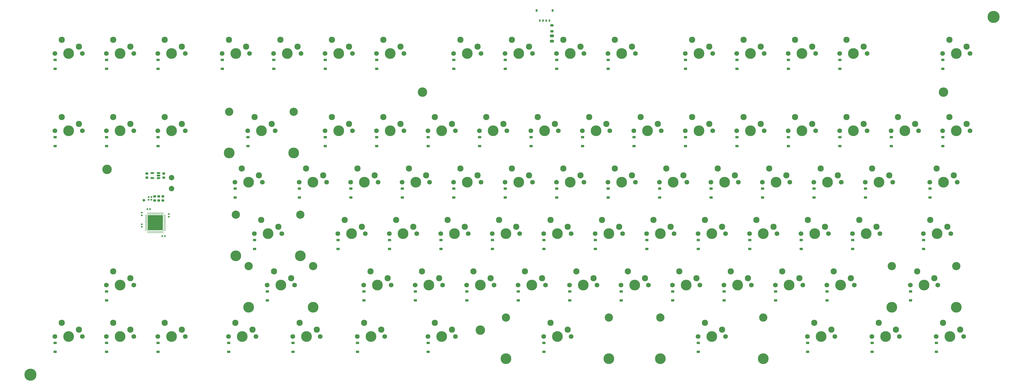
<source format=gts>
G04 #@! TF.GenerationSoftware,KiCad,Pcbnew,9.0.5*
G04 #@! TF.CreationDate,2026-01-22T23:22:38-08:00*
G04 #@! TF.ProjectId,alana-kb,616c616e-612d-46b6-922e-6b696361645f,rev?*
G04 #@! TF.SameCoordinates,Original*
G04 #@! TF.FileFunction,Soldermask,Top*
G04 #@! TF.FilePolarity,Negative*
%FSLAX46Y46*%
G04 Gerber Fmt 4.6, Leading zero omitted, Abs format (unit mm)*
G04 Created by KiCad (PCBNEW 9.0.5) date 2026-01-22 23:22:38*
%MOMM*%
%LPD*%
G01*
G04 APERTURE LIST*
G04 Aperture macros list*
%AMRoundRect*
0 Rectangle with rounded corners*
0 $1 Rounding radius*
0 $2 $3 $4 $5 $6 $7 $8 $9 X,Y pos of 4 corners*
0 Add a 4 corners polygon primitive as box body*
4,1,4,$2,$3,$4,$5,$6,$7,$8,$9,$2,$3,0*
0 Add four circle primitives for the rounded corners*
1,1,$1+$1,$2,$3*
1,1,$1+$1,$4,$5*
1,1,$1+$1,$6,$7*
1,1,$1+$1,$8,$9*
0 Add four rect primitives between the rounded corners*
20,1,$1+$1,$2,$3,$4,$5,0*
20,1,$1+$1,$4,$5,$6,$7,0*
20,1,$1+$1,$6,$7,$8,$9,0*
20,1,$1+$1,$8,$9,$2,$3,0*%
G04 Aperture macros list end*
%ADD10RoundRect,0.225000X0.375000X-0.225000X0.375000X0.225000X-0.375000X0.225000X-0.375000X-0.225000X0*%
%ADD11RoundRect,0.140000X-0.170000X0.140000X-0.170000X-0.140000X0.170000X-0.140000X0.170000X0.140000X0*%
%ADD12RoundRect,0.062500X-0.375000X-0.062500X0.375000X-0.062500X0.375000X0.062500X-0.375000X0.062500X0*%
%ADD13RoundRect,0.062500X-0.062500X-0.375000X0.062500X-0.375000X0.062500X0.375000X-0.062500X0.375000X0*%
%ADD14R,5.600000X5.600000*%
%ADD15C,3.500000*%
%ADD16RoundRect,0.140000X-0.140000X-0.170000X0.140000X-0.170000X0.140000X0.170000X-0.140000X0.170000X0*%
%ADD17RoundRect,0.250000X-0.475000X0.250000X-0.475000X-0.250000X0.475000X-0.250000X0.475000X0.250000X0*%
%ADD18RoundRect,0.225000X-0.250000X0.225000X-0.250000X-0.225000X0.250000X-0.225000X0.250000X0.225000X0*%
%ADD19C,2.000000*%
%ADD20C,4.500000*%
%ADD21RoundRect,0.150000X0.512500X0.150000X-0.512500X0.150000X-0.512500X-0.150000X0.512500X-0.150000X0*%
%ADD22RoundRect,0.225000X0.250000X-0.225000X0.250000X0.225000X-0.250000X0.225000X-0.250000X-0.225000X0*%
%ADD23RoundRect,0.218750X0.381250X-0.218750X0.381250X0.218750X-0.381250X0.218750X-0.381250X-0.218750X0*%
%ADD24RoundRect,0.135000X0.185000X-0.135000X0.185000X0.135000X-0.185000X0.135000X-0.185000X-0.135000X0*%
%ADD25R,0.609600X0.889000*%
%ADD26R,0.762000X0.838200*%
%ADD27RoundRect,0.140000X0.170000X-0.140000X0.170000X0.140000X-0.170000X0.140000X-0.170000X-0.140000X0*%
%ADD28C,1.000000*%
%ADD29RoundRect,0.140000X0.140000X0.170000X-0.140000X0.170000X-0.140000X-0.170000X0.140000X-0.170000X0*%
%ADD30C,1.750000*%
%ADD31C,3.987800*%
%ADD32C,2.300000*%
%ADD33C,3.048000*%
G04 APERTURE END LIST*
D10*
X209312500Y-72325000D03*
X209312500Y-69025000D03*
X252175000Y-110425000D03*
X252175000Y-107125000D03*
X71200000Y-148525000D03*
X71200000Y-145225000D03*
D11*
X75250000Y-97520000D03*
X75250000Y-98480000D03*
D10*
X242650000Y-129475000D03*
X242650000Y-126175000D03*
X218837500Y-91375000D03*
X218837500Y-88075000D03*
D12*
X66812500Y-98000000D03*
X66812500Y-98500000D03*
X66812500Y-99000000D03*
X66812500Y-99500000D03*
X66812500Y-100000000D03*
X66812500Y-100500000D03*
X66812500Y-101000000D03*
X66812500Y-101500000D03*
X66812500Y-102000000D03*
X66812500Y-102500000D03*
X66812500Y-103000000D03*
X66812500Y-103500000D03*
D13*
X67500000Y-104187500D03*
X68000000Y-104187500D03*
X68500000Y-104187500D03*
X69000000Y-104187500D03*
X69500000Y-104187500D03*
X70000000Y-104187500D03*
X70500000Y-104187500D03*
X71000000Y-104187500D03*
X71500000Y-104187500D03*
X72000000Y-104187500D03*
X72500000Y-104187500D03*
X73000000Y-104187500D03*
D12*
X73687500Y-103500000D03*
X73687500Y-103000000D03*
X73687500Y-102500000D03*
X73687500Y-102000000D03*
X73687500Y-101500000D03*
X73687500Y-101000000D03*
X73687500Y-100500000D03*
X73687500Y-100000000D03*
X73687500Y-99500000D03*
X73687500Y-99000000D03*
X73687500Y-98500000D03*
X73687500Y-98000000D03*
D13*
X73000000Y-97312500D03*
X72500000Y-97312500D03*
X72000000Y-97312500D03*
X71500000Y-97312500D03*
X71000000Y-97312500D03*
X70500000Y-97312500D03*
X70000000Y-97312500D03*
X69500000Y-97312500D03*
X69000000Y-97312500D03*
X68500000Y-97312500D03*
X68000000Y-97312500D03*
X67500000Y-97312500D03*
D14*
X70250000Y-100750000D03*
D10*
X171212500Y-148525000D03*
X171212500Y-145225000D03*
D15*
X361950000Y-52387500D03*
D10*
X204550000Y-129475000D03*
X204550000Y-126175000D03*
X195025000Y-110425000D03*
X195025000Y-107125000D03*
X175975000Y-110425000D03*
X175975000Y-107125000D03*
D16*
X67270000Y-95750000D03*
X68230000Y-95750000D03*
D10*
X314087500Y-91375000D03*
X314087500Y-88075000D03*
X52150000Y-129475000D03*
X52150000Y-126175000D03*
X166450000Y-129475000D03*
X166450000Y-126175000D03*
X123587500Y-91375000D03*
X123587500Y-88075000D03*
X145018750Y-148525000D03*
X145018750Y-145225000D03*
X214075000Y-148525000D03*
X214075000Y-145225000D03*
D17*
X217000000Y-31550000D03*
X217000000Y-33450000D03*
D10*
X218837500Y-43750000D03*
X218837500Y-40450000D03*
X333137500Y-91375000D03*
X333137500Y-88075000D03*
X171212500Y-72325000D03*
X171212500Y-69025000D03*
X323612500Y-43750000D03*
X323612500Y-40450000D03*
D18*
X71500000Y-90975000D03*
X71500000Y-92525000D03*
D10*
X161687500Y-91375000D03*
X161687500Y-88075000D03*
X237887500Y-91375000D03*
X237887500Y-88075000D03*
D15*
X169068750Y-52387500D03*
D10*
X275987500Y-91375000D03*
X275987500Y-88075000D03*
X180737500Y-91375000D03*
X180737500Y-88075000D03*
X271225000Y-110425000D03*
X271225000Y-107125000D03*
X199787500Y-43750000D03*
X199787500Y-40450000D03*
X133112500Y-43750000D03*
X133112500Y-40450000D03*
X223600000Y-129475000D03*
X223600000Y-126175000D03*
X311706250Y-148525000D03*
X311706250Y-145225000D03*
X190262500Y-72325000D03*
X190262500Y-69025000D03*
X180737500Y-43750000D03*
X180737500Y-40450000D03*
X323612500Y-72325000D03*
X323612500Y-69025000D03*
X349806250Y-129475000D03*
X349806250Y-126175000D03*
X285512500Y-72325000D03*
X285512500Y-69025000D03*
D18*
X73000000Y-90975000D03*
X73000000Y-92525000D03*
D10*
X133112500Y-72325000D03*
X133112500Y-69025000D03*
X335518750Y-148525000D03*
X335518750Y-145225000D03*
X304562500Y-43750000D03*
X304562500Y-40450000D03*
D19*
X76200000Y-88100000D03*
D10*
X97393750Y-148525000D03*
X97393750Y-145225000D03*
X33100000Y-148525000D03*
X33100000Y-145225000D03*
D20*
X24000000Y-157000000D03*
D21*
X71387500Y-84200000D03*
X71387500Y-83250000D03*
X71387500Y-82300000D03*
X69112500Y-82300000D03*
X69112500Y-84200000D03*
D10*
X114062500Y-43750000D03*
X114062500Y-40450000D03*
D22*
X73345539Y-84039976D03*
X73345539Y-82489976D03*
D10*
X71200000Y-72325000D03*
X71200000Y-69025000D03*
D15*
X52387500Y-80962500D03*
D10*
X106918750Y-110425000D03*
X106918750Y-107125000D03*
X137875000Y-110425000D03*
X137875000Y-107125000D03*
X33100000Y-43750000D03*
X33100000Y-40450000D03*
X111681250Y-129475000D03*
X111681250Y-126175000D03*
X285512500Y-43750000D03*
X285512500Y-40450000D03*
X266462500Y-43750000D03*
X266462500Y-40450000D03*
X185500000Y-129475000D03*
X185500000Y-126175000D03*
X52150000Y-43750000D03*
X52150000Y-40450000D03*
X290275000Y-110425000D03*
X290275000Y-107125000D03*
X233125000Y-110425000D03*
X233125000Y-107125000D03*
X309325000Y-110425000D03*
X309325000Y-107125000D03*
X121206250Y-148525000D03*
X121206250Y-145225000D03*
X280750000Y-129475000D03*
X280750000Y-126175000D03*
X271225000Y-148525000D03*
X271225000Y-145225000D03*
X214075000Y-110425000D03*
X214075000Y-107125000D03*
X356950000Y-91375000D03*
X356950000Y-88075000D03*
X52150000Y-72325000D03*
X52150000Y-69025000D03*
X361712500Y-43750000D03*
X361712500Y-40450000D03*
X295037500Y-91375000D03*
X295037500Y-88075000D03*
D23*
X217000000Y-29812500D03*
X217000000Y-27687500D03*
D24*
X68750000Y-92260000D03*
X68750000Y-91240000D03*
D10*
X228362500Y-72325000D03*
X228362500Y-69025000D03*
X318850000Y-129475000D03*
X318850000Y-126175000D03*
D25*
X216099999Y-25882900D03*
X214899999Y-25882900D03*
X213700001Y-25882900D03*
X212500001Y-25882900D03*
D26*
X217249999Y-22107899D03*
X211350001Y-22107899D03*
D10*
X299800000Y-129475000D03*
X299800000Y-126175000D03*
X104537500Y-72325000D03*
X104537500Y-69025000D03*
X328375000Y-110425000D03*
X328375000Y-107125000D03*
D18*
X70000000Y-90975000D03*
X70000000Y-92525000D03*
D10*
X156925000Y-110425000D03*
X156925000Y-107125000D03*
X142637500Y-91375000D03*
X142637500Y-88075000D03*
X342662500Y-72325000D03*
X342662500Y-69025000D03*
X71200000Y-43750000D03*
X71200000Y-40450000D03*
D27*
X67750000Y-92230000D03*
X67750000Y-91270000D03*
D10*
X199787500Y-91375000D03*
X199787500Y-88075000D03*
X33100000Y-72325000D03*
X33100000Y-69025000D03*
X361712500Y-72325000D03*
X361712500Y-69025000D03*
X152162500Y-72325000D03*
X152162500Y-69025000D03*
D28*
X65999000Y-92400000D03*
D22*
X67095539Y-84039976D03*
X67095539Y-82489976D03*
D10*
X52150000Y-148525000D03*
X52150000Y-145225000D03*
X237887500Y-43750000D03*
X237887500Y-40450000D03*
X359331250Y-148525000D03*
X359331250Y-145225000D03*
X99775000Y-91375000D03*
X99775000Y-88075000D03*
X354568750Y-110425000D03*
X354568750Y-107125000D03*
X256937500Y-91375000D03*
X256937500Y-88075000D03*
X95012500Y-43750000D03*
X95012500Y-40450000D03*
D15*
X190500000Y-140493750D03*
D10*
X266462500Y-72325000D03*
X266462500Y-69025000D03*
X261700000Y-129475000D03*
X261700000Y-126175000D03*
D27*
X65250000Y-97980000D03*
X65250000Y-97020000D03*
X65250000Y-102230000D03*
X65250000Y-101270000D03*
D10*
X152162500Y-43750000D03*
X152162500Y-40450000D03*
X304562500Y-72325000D03*
X304562500Y-69025000D03*
D19*
X76200000Y-84000000D03*
D29*
X73730000Y-105750000D03*
X72770000Y-105750000D03*
D20*
X380500000Y-24500000D03*
D10*
X247412500Y-72325000D03*
X247412500Y-69025000D03*
X147400000Y-129475000D03*
X147400000Y-126175000D03*
D30*
X224155000Y-104775000D03*
D31*
X219075000Y-104775000D03*
D30*
X213995000Y-104775000D03*
D32*
X222885000Y-102235000D03*
X216535000Y-99695000D03*
D30*
X181292500Y-142875000D03*
D31*
X176212500Y-142875000D03*
D30*
X171132500Y-142875000D03*
D32*
X180022500Y-140335000D03*
X173672500Y-137795000D03*
D30*
X195580000Y-123825000D03*
D31*
X190500000Y-123825000D03*
D30*
X185420000Y-123825000D03*
D32*
X194310000Y-121285000D03*
X187960000Y-118745000D03*
D30*
X276542500Y-38100000D03*
D31*
X271462500Y-38100000D03*
D30*
X266382500Y-38100000D03*
D32*
X275272500Y-35560000D03*
X268922500Y-33020000D03*
D30*
X109855000Y-85725000D03*
D31*
X104775000Y-85725000D03*
D30*
X99695000Y-85725000D03*
D32*
X108585000Y-83185000D03*
X102235000Y-80645000D03*
D31*
X295275000Y-151100000D03*
D33*
X295275000Y-135890000D03*
D31*
X257175000Y-151100000D03*
D33*
X257175000Y-135890000D03*
D30*
X171767500Y-85725000D03*
D31*
X166687500Y-85725000D03*
D30*
X161607500Y-85725000D03*
D32*
X170497500Y-83185000D03*
X164147500Y-80645000D03*
D30*
X324167500Y-85725000D03*
D31*
X319087500Y-85725000D03*
D30*
X314007500Y-85725000D03*
D32*
X322897500Y-83185000D03*
X316547500Y-80645000D03*
D31*
X128619250Y-132050000D03*
D33*
X128619250Y-116840000D03*
D31*
X104743250Y-132050000D03*
D33*
X104743250Y-116840000D03*
D30*
X152717500Y-85725000D03*
D31*
X147637500Y-85725000D03*
D30*
X142557500Y-85725000D03*
D32*
X151447500Y-83185000D03*
X145097500Y-80645000D03*
D30*
X364648750Y-104775000D03*
D31*
X359568750Y-104775000D03*
D30*
X354488750Y-104775000D03*
D32*
X363378750Y-102235000D03*
X357028750Y-99695000D03*
D30*
X114617500Y-66675000D03*
D31*
X109537500Y-66675000D03*
D30*
X104457500Y-66675000D03*
D32*
X113347500Y-64135000D03*
X106997500Y-61595000D03*
D30*
X162242500Y-66675000D03*
D31*
X157162500Y-66675000D03*
D30*
X152082500Y-66675000D03*
D32*
X160972500Y-64135000D03*
X154622500Y-61595000D03*
D30*
X209867500Y-38100000D03*
D31*
X204787500Y-38100000D03*
D30*
X199707500Y-38100000D03*
D32*
X208597500Y-35560000D03*
X202247500Y-33020000D03*
D30*
X247967500Y-85725000D03*
D31*
X242887500Y-85725000D03*
D30*
X237807500Y-85725000D03*
D32*
X246697500Y-83185000D03*
X240347500Y-80645000D03*
D30*
X343217500Y-85725000D03*
D31*
X338137500Y-85725000D03*
D30*
X333057500Y-85725000D03*
D32*
X341947500Y-83185000D03*
X335597500Y-80645000D03*
D30*
X116998750Y-104775000D03*
D31*
X111918750Y-104775000D03*
D30*
X106838750Y-104775000D03*
D32*
X115728750Y-102235000D03*
X109378750Y-99695000D03*
D30*
X247967500Y-38100000D03*
D31*
X242887500Y-38100000D03*
D30*
X237807500Y-38100000D03*
D32*
X246697500Y-35560000D03*
X240347500Y-33020000D03*
D30*
X314642500Y-66675000D03*
D31*
X309562500Y-66675000D03*
D30*
X304482500Y-66675000D03*
D32*
X313372500Y-64135000D03*
X307022500Y-61595000D03*
D30*
X121761250Y-123825000D03*
D31*
X116681250Y-123825000D03*
D30*
X111601250Y-123825000D03*
D32*
X120491250Y-121285000D03*
X114141250Y-118745000D03*
D30*
X186055000Y-104775000D03*
D31*
X180975000Y-104775000D03*
D30*
X175895000Y-104775000D03*
D32*
X184785000Y-102235000D03*
X178435000Y-99695000D03*
D30*
X295592500Y-38100000D03*
D31*
X290512500Y-38100000D03*
D30*
X285432500Y-38100000D03*
D32*
X294322500Y-35560000D03*
X287972500Y-33020000D03*
D30*
X224155000Y-142875000D03*
D31*
X219075000Y-142875000D03*
D30*
X213995000Y-142875000D03*
D32*
X222885000Y-140335000D03*
X216535000Y-137795000D03*
D31*
X366744250Y-132050000D03*
D33*
X366744250Y-116840000D03*
D31*
X342868250Y-132050000D03*
D33*
X342868250Y-116840000D03*
D30*
X233680000Y-123825000D03*
D31*
X228600000Y-123825000D03*
D30*
X223520000Y-123825000D03*
D32*
X232410000Y-121285000D03*
X226060000Y-118745000D03*
D30*
X309880000Y-123825000D03*
D31*
X304800000Y-123825000D03*
D30*
X299720000Y-123825000D03*
D32*
X308610000Y-121285000D03*
X302260000Y-118745000D03*
D30*
X81280000Y-66675000D03*
D31*
X76200000Y-66675000D03*
D30*
X71120000Y-66675000D03*
D32*
X80010000Y-64135000D03*
X73660000Y-61595000D03*
D30*
X371792500Y-66675000D03*
D31*
X366712500Y-66675000D03*
D30*
X361632500Y-66675000D03*
D32*
X370522500Y-64135000D03*
X364172500Y-61595000D03*
D30*
X162242500Y-38100000D03*
D31*
X157162500Y-38100000D03*
D30*
X152082500Y-38100000D03*
D32*
X160972500Y-35560000D03*
X154622500Y-33020000D03*
D30*
X359886250Y-123825000D03*
D31*
X354806250Y-123825000D03*
D30*
X349726250Y-123825000D03*
D32*
X358616250Y-121285000D03*
X352266250Y-118745000D03*
D30*
X333692500Y-38100000D03*
D31*
X328612500Y-38100000D03*
D30*
X323532500Y-38100000D03*
D32*
X332422500Y-35560000D03*
X326072500Y-33020000D03*
D30*
X333692500Y-66675000D03*
D31*
X328612500Y-66675000D03*
D30*
X323532500Y-66675000D03*
D32*
X332422500Y-64135000D03*
X326072500Y-61595000D03*
D30*
X328930000Y-123825000D03*
D31*
X323850000Y-123825000D03*
D30*
X318770000Y-123825000D03*
D32*
X327660000Y-121285000D03*
X321310000Y-118745000D03*
D30*
X281305000Y-104775000D03*
D31*
X276225000Y-104775000D03*
D30*
X271145000Y-104775000D03*
D32*
X280035000Y-102235000D03*
X273685000Y-99695000D03*
D30*
X257492500Y-66675000D03*
D31*
X252412500Y-66675000D03*
D30*
X247332500Y-66675000D03*
D32*
X256222500Y-64135000D03*
X249872500Y-61595000D03*
D30*
X262255000Y-104775000D03*
D31*
X257175000Y-104775000D03*
D30*
X252095000Y-104775000D03*
D32*
X260985000Y-102235000D03*
X254635000Y-99695000D03*
D30*
X62230000Y-38100000D03*
D31*
X57150000Y-38100000D03*
D30*
X52070000Y-38100000D03*
D32*
X60960000Y-35560000D03*
X54610000Y-33020000D03*
D30*
X243205000Y-104775000D03*
D31*
X238125000Y-104775000D03*
D30*
X233045000Y-104775000D03*
D32*
X241935000Y-102235000D03*
X235585000Y-99695000D03*
D30*
X276542500Y-66675000D03*
D31*
X271462500Y-66675000D03*
D30*
X266382500Y-66675000D03*
D32*
X275272500Y-64135000D03*
X268922500Y-61595000D03*
D30*
X176530000Y-123825000D03*
D31*
X171450000Y-123825000D03*
D30*
X166370000Y-123825000D03*
D32*
X175260000Y-121285000D03*
X168910000Y-118745000D03*
D30*
X271780000Y-123825000D03*
D31*
X266700000Y-123825000D03*
D30*
X261620000Y-123825000D03*
D32*
X270510000Y-121285000D03*
X264160000Y-118745000D03*
D30*
X200342500Y-66675000D03*
D31*
X195262500Y-66675000D03*
D30*
X190182500Y-66675000D03*
D32*
X199072500Y-64135000D03*
X192722500Y-61595000D03*
D30*
X209867500Y-85725000D03*
D31*
X204787500Y-85725000D03*
D30*
X199707500Y-85725000D03*
D32*
X208597500Y-83185000D03*
X202247500Y-80645000D03*
D30*
X267017500Y-85725000D03*
D31*
X261937500Y-85725000D03*
D30*
X256857500Y-85725000D03*
D32*
X265747500Y-83185000D03*
X259397500Y-80645000D03*
D30*
X167005000Y-104775000D03*
D31*
X161925000Y-104775000D03*
D30*
X156845000Y-104775000D03*
D32*
X165735000Y-102235000D03*
X159385000Y-99695000D03*
D30*
X300355000Y-104775000D03*
D31*
X295275000Y-104775000D03*
D30*
X290195000Y-104775000D03*
D32*
X299085000Y-102235000D03*
X292735000Y-99695000D03*
D30*
X238442500Y-66675000D03*
D31*
X233362500Y-66675000D03*
D30*
X228282500Y-66675000D03*
D32*
X237172500Y-64135000D03*
X230822500Y-61595000D03*
D30*
X107473750Y-142875000D03*
D31*
X102393750Y-142875000D03*
D30*
X97313750Y-142875000D03*
D32*
X106203750Y-140335000D03*
X99853750Y-137795000D03*
D30*
X181292500Y-66675000D03*
D31*
X176212500Y-66675000D03*
D30*
X171132500Y-66675000D03*
D32*
X180022500Y-64135000D03*
X173672500Y-61595000D03*
D30*
X214630000Y-123825000D03*
D31*
X209550000Y-123825000D03*
D30*
X204470000Y-123825000D03*
D32*
X213360000Y-121285000D03*
X207010000Y-118745000D03*
D30*
X338455000Y-104775000D03*
D31*
X333375000Y-104775000D03*
D30*
X328295000Y-104775000D03*
D32*
X337185000Y-102235000D03*
X330835000Y-99695000D03*
D30*
X228917500Y-38100000D03*
D31*
X223837500Y-38100000D03*
D30*
X218757500Y-38100000D03*
D32*
X227647500Y-35560000D03*
X221297500Y-33020000D03*
D30*
X133667500Y-85725000D03*
D31*
X128587500Y-85725000D03*
D30*
X123507500Y-85725000D03*
D32*
X132397500Y-83185000D03*
X126047500Y-80645000D03*
D30*
X105092500Y-38100000D03*
D31*
X100012500Y-38100000D03*
D30*
X94932500Y-38100000D03*
D32*
X103822500Y-35560000D03*
X97472500Y-33020000D03*
D30*
X62230000Y-123825000D03*
D31*
X57150000Y-123825000D03*
D30*
X52070000Y-123825000D03*
D32*
X60960000Y-121285000D03*
X54610000Y-118745000D03*
D30*
X43180000Y-66675000D03*
D31*
X38100000Y-66675000D03*
D30*
X33020000Y-66675000D03*
D32*
X41910000Y-64135000D03*
X35560000Y-61595000D03*
D30*
X305117500Y-85725000D03*
D31*
X300037500Y-85725000D03*
D30*
X294957500Y-85725000D03*
D32*
X303847500Y-83185000D03*
X297497500Y-80645000D03*
D30*
X124142500Y-38100000D03*
D31*
X119062500Y-38100000D03*
D30*
X113982500Y-38100000D03*
D32*
X122872500Y-35560000D03*
X116522500Y-33020000D03*
D30*
X252730000Y-123825000D03*
D31*
X247650000Y-123825000D03*
D30*
X242570000Y-123825000D03*
D32*
X251460000Y-121285000D03*
X245110000Y-118745000D03*
D30*
X352742500Y-66675000D03*
D31*
X347662500Y-66675000D03*
D30*
X342582500Y-66675000D03*
D32*
X351472500Y-64135000D03*
X345122500Y-61595000D03*
D30*
X367030000Y-85725000D03*
D31*
X361950000Y-85725000D03*
D30*
X356870000Y-85725000D03*
D32*
X365760000Y-83185000D03*
X359410000Y-80645000D03*
D30*
X219392500Y-66675000D03*
D31*
X214312500Y-66675000D03*
D30*
X209232500Y-66675000D03*
D32*
X218122500Y-64135000D03*
X211772500Y-61595000D03*
D30*
X157480000Y-123825000D03*
D31*
X152400000Y-123825000D03*
D30*
X147320000Y-123825000D03*
D32*
X156210000Y-121285000D03*
X149860000Y-118745000D03*
D30*
X321786250Y-142875000D03*
D31*
X316706250Y-142875000D03*
D30*
X311626250Y-142875000D03*
D32*
X320516250Y-140335000D03*
X314166250Y-137795000D03*
D30*
X81280000Y-38100000D03*
D31*
X76200000Y-38100000D03*
D30*
X71120000Y-38100000D03*
D32*
X80010000Y-35560000D03*
X73660000Y-33020000D03*
D30*
X319405000Y-104775000D03*
D31*
X314325000Y-104775000D03*
D30*
X309245000Y-104775000D03*
D32*
X318135000Y-102235000D03*
X311785000Y-99695000D03*
D30*
X314642500Y-38100000D03*
D31*
X309562500Y-38100000D03*
D30*
X304482500Y-38100000D03*
D32*
X313372500Y-35560000D03*
X307022500Y-33020000D03*
D30*
X190817500Y-85725000D03*
D31*
X185737500Y-85725000D03*
D30*
X180657500Y-85725000D03*
D32*
X189547500Y-83185000D03*
X183197500Y-80645000D03*
D30*
X43180000Y-142875000D03*
D31*
X38100000Y-142875000D03*
D30*
X33020000Y-142875000D03*
D32*
X41910000Y-140335000D03*
X35560000Y-137795000D03*
D30*
X143192500Y-38100000D03*
D31*
X138112500Y-38100000D03*
D30*
X133032500Y-38100000D03*
D32*
X141922500Y-35560000D03*
X135572500Y-33020000D03*
D30*
X131286250Y-142875000D03*
D31*
X126206250Y-142875000D03*
D30*
X121126250Y-142875000D03*
D32*
X130016250Y-140335000D03*
X123666250Y-137795000D03*
D30*
X345598750Y-142875000D03*
D31*
X340518750Y-142875000D03*
D30*
X335438750Y-142875000D03*
D32*
X344328750Y-140335000D03*
X337978750Y-137795000D03*
D30*
X143192500Y-66675000D03*
D31*
X138112500Y-66675000D03*
D30*
X133032500Y-66675000D03*
D32*
X141922500Y-64135000D03*
X135572500Y-61595000D03*
D30*
X62230000Y-66675000D03*
D31*
X57150000Y-66675000D03*
D30*
X52070000Y-66675000D03*
D32*
X60960000Y-64135000D03*
X54610000Y-61595000D03*
D31*
X238125000Y-151100000D03*
D33*
X238125000Y-135890000D03*
D31*
X200025000Y-151100000D03*
D33*
X200025000Y-135890000D03*
D30*
X205105000Y-104775000D03*
D31*
X200025000Y-104775000D03*
D30*
X194945000Y-104775000D03*
D32*
X203835000Y-102235000D03*
X197485000Y-99695000D03*
D30*
X290830000Y-123825000D03*
D31*
X285750000Y-123825000D03*
D30*
X280670000Y-123825000D03*
D32*
X289560000Y-121285000D03*
X283210000Y-118745000D03*
D30*
X228917500Y-85725000D03*
D31*
X223837500Y-85725000D03*
D30*
X218757500Y-85725000D03*
D32*
X227647500Y-83185000D03*
X221297500Y-80645000D03*
D30*
X147955000Y-104775000D03*
D31*
X142875000Y-104775000D03*
D30*
X137795000Y-104775000D03*
D32*
X146685000Y-102235000D03*
X140335000Y-99695000D03*
D30*
X155098750Y-142875000D03*
D31*
X150018750Y-142875000D03*
D30*
X144938750Y-142875000D03*
D32*
X153828750Y-140335000D03*
X147478750Y-137795000D03*
D30*
X43180000Y-38100000D03*
D31*
X38100000Y-38100000D03*
D30*
X33020000Y-38100000D03*
D32*
X41910000Y-35560000D03*
X35560000Y-33020000D03*
D30*
X286067500Y-85725000D03*
D31*
X280987500Y-85725000D03*
D30*
X275907500Y-85725000D03*
D32*
X284797500Y-83185000D03*
X278447500Y-80645000D03*
D30*
X81280000Y-142875000D03*
D31*
X76200000Y-142875000D03*
D30*
X71120000Y-142875000D03*
D32*
X80010000Y-140335000D03*
X73660000Y-137795000D03*
D30*
X369411250Y-142875000D03*
D31*
X364331250Y-142875000D03*
D30*
X359251250Y-142875000D03*
D32*
X368141250Y-140335000D03*
X361791250Y-137795000D03*
D30*
X190817500Y-38100000D03*
D31*
X185737500Y-38100000D03*
D30*
X180657500Y-38100000D03*
D32*
X189547500Y-35560000D03*
X183197500Y-33020000D03*
D31*
X123856750Y-113000000D03*
D33*
X123856750Y-97790000D03*
D31*
X99980750Y-113000000D03*
D33*
X99980750Y-97790000D03*
D30*
X371792500Y-38100000D03*
D31*
X366712500Y-38100000D03*
D30*
X361632500Y-38100000D03*
D32*
X370522500Y-35560000D03*
X364172500Y-33020000D03*
D31*
X121475500Y-74900000D03*
D33*
X121475500Y-59690000D03*
D31*
X97599500Y-74900000D03*
D33*
X97599500Y-59690000D03*
D30*
X281305000Y-142875000D03*
D31*
X276225000Y-142875000D03*
D30*
X271145000Y-142875000D03*
D32*
X280035000Y-140335000D03*
X273685000Y-137795000D03*
D30*
X295592500Y-66675000D03*
D31*
X290512500Y-66675000D03*
D30*
X285432500Y-66675000D03*
D32*
X294322500Y-64135000D03*
X287972500Y-61595000D03*
D30*
X62230000Y-142875000D03*
D31*
X57150000Y-142875000D03*
D30*
X52070000Y-142875000D03*
D32*
X60960000Y-140335000D03*
X54610000Y-137795000D03*
M02*

</source>
